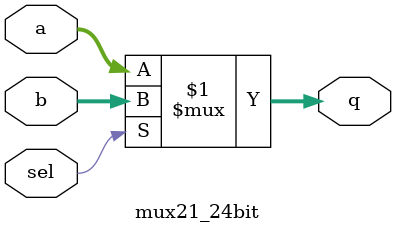
<source format=v>
module mux21_1bit(q,sel,a,b);
	input wire sel;
	input wire a,b;
	output wire q;
	assign q=sel?b:a;
endmodule

module mux21_8bit(q,sel,a,b);
	input wire sel;
	input wire [7:0]a,b;
	output wire [7:0]q;
	assign q=sel?b:a;
endmodule

module mux21_24bit(q,sel,a,b);
	input wire sel;
	input wire [23:0]a,b;
	output wire [23:0]q;
	assign q=sel?b:a;
endmodule


</source>
